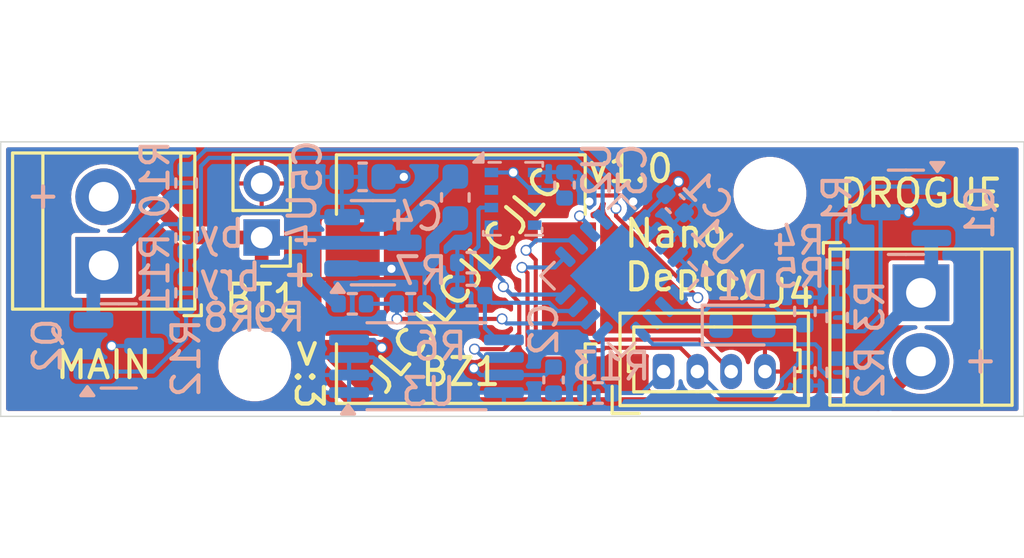
<source format=kicad_pcb>
(kicad_pcb (version 20240108) (generator "pcbnew") (generator_version "8.0")
  (layers (0 "F.Cu" signal) (31 "B.Cu" signal) (34 "B.Paste" user) (35 "F.Paste" user) (36 "B.SilkS" user "B.Silkscreen") (37 "F.SilkS" user "F.Silkscreen") (38 "B.Mask" user) (39 "F.Mask" user) (44 "Edge.Cuts" user))
  (net 0 "")
  (net 1 "GND")
  (net 2 "+3.3V")
  (net 3 "/SDA")
  (net 4 "/SCL")
  (net 5 "/RST_TDIO")
  (net 6 "/TEST_WTCK")
  (net 7 "+BATT")
  (net 8 "Net-(Q1-G)")
  (net 9 "Net-(Q2-G)")
  (net 10 "/LED")
  (net 11 "/BUZZER")
  (net 12 "/VBAT_SENSE")
  (net 13 "/CONT0")
  (net 14 "/CONT1")
  (net 15 "/PYRO1")
  (net 16 "/PYRO0")
  (net 17 "Net-(D1-A)")
  (net 18 "/EMATCH1")
  (net 19 "/EMATCH0")
  (net 20 "/OWI")
  (footprint "MountingHole:MountingHole_2.2mm_M2" (layer "F.Cu") (at 181.229 93.345)
    (property "Reference" "H2" (hide yes))
    (property "Value" "MountingHole")
    (pad "" np_thru_hole circle (at 0 0) (size 2.2 2.2) (drill 2.2) (layers "*.Cu" "*.Mask"))
  )
  (footprint "TerminalBlock_TE-Connectivity:TerminalBlock_TE_282834-2_1x02_P2.54mm_Horizontal" (layer "F.Cu") (at 186.817 97.028 -90)
    (property "Reference" "J3" (hide yes))
    (property "Value" "Screw_Terminal_01x02")
    (fp_line (start -1.86 3.61) (end -1.46 3.61) (stroke (width 0.12)) (layer "F.SilkS"))
    (fp_line (start -1.62 3.37) (end 4.16 3.37) (stroke (width 0.12)) (layer "F.SilkS"))
    (fp_line (start -1.86 2.97) (end -1.86 3.61) (stroke (width 0.12)) (layer "F.SilkS"))
    (fp_line (start -1.62 2.85) (end 4.16 2.85) (stroke (width 0.12)) (layer "F.SilkS"))
    (fp_line (start -1.62 -2.25) (end 4.16 -2.25) (stroke (width 0.12)) (layer "F.SilkS"))
    (fp_line (start -1.62 -3.37) (end -1.62 3.37) (stroke (width 0.12)) (layer "F.SilkS"))
    (fp_line (start -1.62 -3.37) (end 4.16 -3.37) (stroke (width 0.12)) (layer "F.SilkS"))
    (fp_line (start 4.16 -3.37) (end 4.16 3.37) (stroke (width 0.12)) (layer "F.SilkS"))
    (pad "1" thru_hole rect (at 0 0 270) (size 2.1 2.1) (drill 1.1) (layers "*.Cu" "*.Mask") (net 19 "/EMATCH0"))
    (pad "2" thru_hole circle (at 2.54 0 270) (size 2.1 2.1) (drill 1.1) (layers "*.Cu" "*.Mask") (net 7 "+BATT"))
  )
  (footprint "MountingHole:MountingHole_2.2mm_M2" (layer "F.Cu") (at 162.179 99.695)
    (property "Reference" "H1" (hide yes))
    (property "Value" "MountingHole")
    (pad "" np_thru_hole circle (at 0 0) (size 2.2 2.2) (drill 2.2) (layers "*.Cu" "*.Mask"))
  )
  (footprint "Connector_Molex:Molex_PicoBlade_53047-0410_1x04_P1.25mm_Vertical" (layer "F.Cu") (at 177.2966 99.9418)
    (property "Reference" "J4" (at 4.6944 -2.8884 0) (layer "F.SilkS"))
    (property "Value" "Conn_01x04")
    (fp_line (start -1.9 1.55) (end -1.9 0.55) (stroke (width 0.12)) (layer "F.SilkS"))
    (fp_line (start -1.9 1.55) (end -0.9 1.55) (stroke (width 0.12)) (layer "F.SilkS"))
    (fp_line (start -1.61 -2.16) (end -1.61 1.26) (stroke (width 0.12)) (layer "F.SilkS"))
    (fp_line (start -1.61 1.26) (end 5.36 1.26) (stroke (width 0.12)) (layer "F.SilkS"))
    (fp_line (start -1.3 -0.8) (end -1.1 -0.8) (stroke (width 0.12)) (layer "F.SilkS"))
    (fp_line (start -1.3 0) (end -1.3 -0.8) (stroke (width 0.12)) (layer "F.SilkS"))
    (fp_line (start -1.1 -1.65) (end 1.875 -1.65) (stroke (width 0.12)) (layer "F.SilkS"))
    (fp_line (start -1.1 -0.8) (end -1.1 -1.65) (stroke (width 0.12)) (layer "F.SilkS"))
    (fp_line (start -1.1 0) (end -1.3 0) (stroke (width 0.12)) (layer "F.SilkS"))
    (fp_line (start -1.1 0.75) (end -1.1 0) (stroke (width 0.12)) (layer "F.SilkS"))
    (fp_line (start 1.875 0.75) (end -1.1 0.75) (stroke (width 0.12)) (layer "F.SilkS"))
    (fp_line (start 1.875 0.75) (end 4.85 0.75) (stroke (width 0.12)) (layer "F.SilkS"))
    (fp_line (start 4.85 -1.65) (end 1.875 -1.65) (stroke (width 0.12)) (layer "F.SilkS"))
    (fp_line (start 4.85 -0.8) (end 4.85 -1.65) (stroke (width 0.12)) (layer "F.SilkS"))
    (fp_line (start 4.85 0) (end 5.05 0) (stroke (width 0.12)) (layer "F.SilkS"))
    (fp_line (start 4.85 0.75) (end 4.85 0) (stroke (width 0.12)) (layer "F.SilkS"))
    (fp_line (start 5.05 -0.8) (end 4.85 -0.8) (stroke (width 0.12)) (layer "F.SilkS"))
    (fp_line (start 5.05 0) (end 5.05 -0.8) (stroke (width 0.12)) (layer "F.SilkS"))
    (fp_line (start 5.36 -2.16) (end -1.61 -2.16) (stroke (width 0.12)) (layer "F.SilkS"))
    (fp_line (start 5.36 1.26) (end 5.36 -2.16) (stroke (width 0.12)) (layer "F.SilkS"))
    (pad "1" thru_hole roundrect (at 0 0) (size 0.8 1.3) (drill 0.5) (layers "*.Cu" "*.Mask") (net 20 "/OWI"))
    (pad "2" thru_hole oval (at 1.25 0) (size 0.8 1.3) (drill 0.5) (layers "*.Cu" "*.Mask") (net 5 "/RST_TDIO"))
    (pad "3" thru_hole oval (at 2.5 0) (size 0.8 1.3) (drill 0.5) (layers "*.Cu" "*.Mask") (net 6 "/TEST_WTCK"))
    (pad "4" thru_hole oval (at 3.75 0) (size 0.8 1.3) (drill 0.5) (layers "*.Cu" "*.Mask") (net 1 "GND"))
  )
  (footprint "Connector_PinHeader_2.00mm:PinHeader_1x02_P2.00mm_Vertical" (layer "F.Cu") (at 162.433 94.98 180)
    (property "Reference" "BT1" (at 0 -2.2512 180) (layer "F.SilkS"))
    (property "Value" "LiPo")
    (fp_line (start 1.06 1) (end 1.06 3.06) (stroke (width 0.12)) (layer "F.SilkS"))
    (fp_line (start -1.06 3.06) (end 1.06 3.06) (stroke (width 0.12)) (layer "F.SilkS"))
    (fp_line (start -1.06 1) (end 1.06 1) (stroke (width 0.12)) (layer "F.SilkS"))
    (fp_line (start -1.06 1) (end -1.06 3.06) (stroke (width 0.12)) (layer "F.SilkS"))
    (fp_line (start -1.06 0) (end -1.06 -1.06) (stroke (width 0.12)) (layer "F.SilkS"))
    (fp_line (start -1.06 -1.06) (end 0 -1.06) (stroke (width 0.12)) (layer "F.SilkS"))
    (pad "1" thru_hole rect (at 0 0 180) (size 1.35 1.35) (drill 0.8) (layers "*.Cu" "*.Mask") (net 7 "+BATT"))
    (pad "2" thru_hole oval (at 0 2 180) (size 1.35 1.35) (drill 0.8) (layers "*.Cu" "*.Mask") (net 1 "GND"))
  )
  (footprint "Buzzer_Beeper:Buzzer_CUI_CPT-9019S-SMT" (layer "F.Cu") (at 169.799 96.52 180)
    (property "Reference" "BZ1" (at 0 -3.429 0) (layer "F.SilkS"))
    (property "Value" "Buzzer")
    (fp_line (start 4.6 4.6) (end -4.6 4.6) (stroke (width 0.12)) (layer "F.SilkS"))
    (fp_line (start 4.6 2.4) (end 4.6 4.6) (stroke (width 0.12)) (layer "F.SilkS"))
    (fp_line (start 4.6 -4.6) (end 4.6 -2.4) (stroke (width 0.12)) (layer "F.SilkS"))
    (fp_line (start -4.6 2.4) (end -4.6 4.6) (stroke (width 0.12)) (layer "F.SilkS"))
    (fp_line (start -4.6 -2.4) (end -5 -2.4) (stroke (width 0.12)) (layer "F.SilkS"))
    (fp_line (start -4.6 -4.6) (end 4.6 -4.6) (stroke (width 0.12)) (layer "F.SilkS"))
    (fp_line (start -4.6 -4.6) (end -4.6 -2.4) (stroke (width 0.12)) (layer "F.SilkS"))
    (pad "1" smd rect (at -4 0 180) (size 2 4.2) (layers "F.Cu" "F.Paste" "F.Mask") (net 11 "/BUZZER"))
    (pad "2" smd rect (at 4 0 180) (size 2 4.2) (layers "F.Cu" "F.Paste" "F.Mask") (net 1 "GND"))
  )
  (footprint "TerminalBlock_TE-Connectivity:TerminalBlock_TE_282834-2_1x02_P2.54mm_Horizontal" (layer "F.Cu") (at 156.591 96.012 90)
    (property "Reference" "J1" (hide yes))
    (property "Value" "Screw_Terminal_01x02")
    (fp_line (start 4.16 -3.37) (end 4.16 3.37) (stroke (width 0.12)) (layer "F.SilkS"))
    (fp_line (start -1.62 -3.37) (end 4.16 -3.37) (stroke (width 0.12)) (layer "F.SilkS"))
    (fp_line (start -1.62 -3.37) (end -1.62 3.37) (stroke (width 0.12)) (layer "F.SilkS"))
    (fp_line (start -1.62 -2.25) (end 4.16 -2.25) (stroke (width 0.12)) (layer "F.SilkS"))
    (fp_line (start -1.62 2.85) (end 4.16 2.85) (stroke (width 0.12)) (layer "F.SilkS"))
    (fp_line (start -1.86 2.97) (end -1.86 3.61) (stroke (width 0.12)) (layer "F.SilkS"))
    (fp_line (start -1.62 3.37) (end 4.16 3.37) (stroke (width 0.12)) (layer "F.SilkS"))
    (fp_line (start -1.86 3.61) (end -1.46 3.61) (stroke (width 0.12)) (layer "F.SilkS"))
    (pad "1" thru_hole rect (at 0 0 90) (size 2.1 2.1) (drill 1.1) (layers "*.Cu" "*.Mask") (net 18 "/EMATCH1"))
    (pad "2" thru_hole circle (at 2.54 0 90) (size 2.1 2.1) (drill 1.1) (layers "*.Cu" "*.Mask") (net 7 "+BATT"))
  )
  (footprint "Resistor_SMD:R_0402_1005Metric" (layer "B.Cu") (at 182.5244 99.949 90)
    (property "Reference" "R5" (at 3.6322 -0.2032 180) (layer "B.SilkS") (effects (justify mirror)))
    (property "Value" "47k")
    (fp_line (start 0.153641 -0.38) (end -0.153641 -0.38) (stroke (width 0.12)) (layer "B.SilkS"))
    (fp_line (start 0.153641 0.38) (end -0.153641 0.38) (stroke (width 0.12)) (layer "B.SilkS"))
    (pad "1" smd roundrect (at -0.51 0 90) (size 0.54 0.64) (layers "B.Cu" "B.Paste" "B.Mask") (net 2 "+3.3V"))
    (pad "2" smd roundrect (at 0.51 0 90) (size 0.54 0.64) (layers "B.Cu" "B.Paste" "B.Mask") (net 5 "/RST_TDIO"))
  )
  (footprint "Capacitor_SMD:C_0603_1608Metric" (layer "B.Cu") (at 166.1668 92.7354)
    (property "Reference" "C5" (at -2.032 -0.381 90) (layer "B.SilkS") (effects (justify mirror)))
    (property "Value" "10uF")
    (fp_line (start 0.14058 -0.51) (end -0.14058 -0.51) (stroke (width 0.12)) (layer "B.SilkS"))
    (fp_line (start 0.14058 0.51) (end -0.14058 0.51) (stroke (width 0.12)) (layer "B.SilkS"))
    (pad "1" smd roundrect (at -0.775 0) (size 0.9 0.95) (layers "B.Cu" "B.Paste" "B.Mask") (net 2 "+3.3V"))
    (pad "2" smd roundrect (at 0.775 0) (size 0.9 0.95) (layers "B.Cu" "B.Paste" "B.Mask") (net 1 "GND"))
  )
  (footprint "Package_TO_SOT_SMD:SOT-23" (layer "B.Cu") (at 186.2605 94.046 180)
    (property "Reference" "Q1" (at -2.7409 -0.0102 -90) (layer "B.SilkS") (effects (justify mirror)))
    (property "Value" "AO3401A")
    (fp_line (start 0.65 1.56) (end 0 1.56) (stroke (width 0.12)) (layer "B.SilkS"))
    (fp_line (start 0.65 -1.56) (end 0 -1.56) (stroke (width 0.12)) (layer "B.SilkS"))
    (fp_line (start -0.65 1.56) (end 0 1.56) (stroke (width 0.12)) (layer "B.SilkS"))
    (fp_line (start -0.65 -1.56) (end 0 -1.56) (stroke (width 0.12)) (layer "B.SilkS"))
    (fp_poly (pts (xy -1.1625 1.51) (xy -1.4025 1.84) (xy -0.9225 1.84) (xy -1.1625 1.51)) (stroke (width 0.12)) (fill solid) (layer "B.SilkS"))
    (pad "1" smd roundrect (at -0.9375 0.95 180) (size 1.475 0.6) (layers "B.Cu" "B.Paste" "B.Mask") (net 8 "Net-(Q1-G)"))
    (pad "2" smd roundrect (at -0.9375 -0.95 180) (size 1.475 0.6) (layers "B.Cu" "B.Paste" "B.Mask") (net 19 "/EMATCH0"))
    (pad "3" smd roundrect (at 0.9375 0 180) (size 1.475 0.6) (layers "B.Cu" "B.Paste" "B.Mask") (net 1 "GND"))
  )
  (footprint "Resistor_SMD:R_0402_1005Metric" (layer "B.Cu") (at 182.5244 97.7138 90)
    (property "Reference" "R4" (at 2.6162 -0.2286 180) (layer "B.SilkS") (effects (justify mirror)))
    (property "Value" "270")
    (fp_line (start 0.153641 -0.38) (end -0.153641 -0.38) (stroke (width 0.12)) (layer "B.SilkS"))
    (fp_line (start 0.153641 0.38) (end -0.153641 0.38) (stroke (width 0.12)) (layer "B.SilkS"))
    (pad "1" smd roundrect (at -0.51 0 90) (size 0.54 0.64) (layers "B.Cu" "B.Paste" "B.Mask") (net 17 "Net-(D1-A)"))
    (pad "2" smd roundrect (at 0.51 0 90) (size 0.54 0.64) (layers "B.Cu" "B.Paste" "B.Mask") (net 2 "+3.3V"))
  )
  (footprint "Capacitor_SMD:C_0603_1608Metric" (layer "B.Cu") (at 169.5958 93.4974 -90)
    (property "Reference" "C4" (at 0.7112 1.4224 180) (layer "B.SilkS") (effects (justify mirror)))
    (property "Value" "10uF")
    (fp_line (start 0.14058 0.51) (end -0.14058 0.51) (stroke (width 0.12)) (layer "B.SilkS"))
    (fp_line (start 0.14058 -0.51) (end -0.14058 -0.51) (stroke (width 0.12)) (layer "B.SilkS"))
    (pad "1" smd roundrect (at -0.775 0 270) (size 0.9 0.95) (layers "B.Cu" "B.Paste" "B.Mask") (net 7 "+BATT"))
    (pad "2" smd roundrect (at 0.775 0 270) (size 0.9 0.95) (layers "B.Cu" "B.Paste" "B.Mask") (net 1 "GND"))
  )
  (footprint "Resistor_SMD:R_0402_1005Metric" (layer "B.Cu") (at 183.7182 97.9424 -90)
    (property "Reference" "R3" (at -0.4064 -1.2192 90) (layer "B.SilkS") (effects (justify mirror)))
    (property "Value" "4.7k")
    (fp_line (start 0.153641 0.38) (end -0.153641 0.38) (stroke (width 0.12)) (layer "B.SilkS"))
    (fp_line (start 0.153641 -0.38) (end -0.153641 -0.38) (stroke (width 0.12)) (layer "B.SilkS"))
    (pad "1" smd roundrect (at -0.51 0 270) (size 0.54 0.64) (layers "B.Cu" "B.Paste" "B.Mask") (net 16 "/PYRO0"))
    (pad "2" smd roundrect (at 0.51 0 270) (size 0.54 0.64) (layers "B.Cu" "B.Paste" "B.Mask") (net 1 "GND"))
  )
  (footprint "Resistor_SMD:R_0402_1005Metric" (layer "B.Cu") (at 165.7858 97.4344)
    (property "Reference" "R8" (at -4.5466 0.508 180) (layer "B.SilkS") (effects (justify mirror)))
    (property "Value" "47k")
    (fp_line (start 0.153641 -0.38) (end -0.153641 -0.38) (stroke (width 0.12)) (layer "B.SilkS"))
    (fp_line (start 0.153641 0.38) (end -0.153641 0.38) (stroke (width 0.12)) (layer "B.SilkS"))
    (pad "1" smd roundrect (at -0.51 0) (size 0.54 0.64) (layers "B.Cu" "B.Paste" "B.Mask") (net 7 "+BATT"))
    (pad "2" smd roundrect (at 0.51 0) (size 0.54 0.64) (layers "B.Cu" "B.Paste" "B.Mask") (net 12 "/VBAT_SENSE"))
  )
  (footprint "Resistor_SMD:R_0402_1005Metric" (layer "B.Cu") (at 159.639 97.03 90)
    (property "Reference" "R12" (at -2.411 0 90) (layer "B.SilkS") (effects (justify mirror)))
    (property "Value" "270")
    (fp_line (start 0.153641 -0.38) (end -0.153641 -0.38) (stroke (width 0.12)) (layer "B.SilkS"))
    (fp_line (start 0.153641 0.38) (end -0.153641 0.38) (stroke (width 0.12)) (layer "B.SilkS"))
    (pad "1" smd roundrect (at -0.51 0 90) (size 0.54 0.64) (layers "B.Cu" "B.Paste" "B.Mask") (net 9 "Net-(Q2-G)"))
    (pad "2" smd roundrect (at 0.51 0 90) (size 0.54 0.64) (layers "B.Cu" "B.Paste" "B.Mask") (net 15 "/PYRO1"))
  )
  (footprint "Capacitor_SMD:C_0402_1005Metric" (layer "B.Cu") (at 177.7238 93.726 135)
    (property "Reference" "C1" (at -0.646578 1.077631 135) (layer "B.SilkS") (effects (justify mirror)))
    (property "Value" "0.1uF")
    (fp_line (start 0.107836 -0.36) (end -0.107836 -0.36) (stroke (width 0.12)) (layer "B.SilkS"))
    (fp_line (start 0.107836 0.36) (end -0.107836 0.36) (stroke (width 0.12)) (layer "B.SilkS"))
    (pad "1" smd roundrect (at -0.48 0 135) (size 0.56 0.62) (layers "B.Cu" "B.Paste" "B.Mask") (net 2 "+3.3V"))
    (pad "2" smd roundrect (at 0.48 0 135) (size 0.56 0.62) (layers "B.Cu" "B.Paste" "B.Mask") (net 1 "GND"))
  )
  (footprint "LED_SMD:LED_0603_1608Metric" (layer "B.Cu") (at 180.2129 98.2218)
    (property "Reference" "D1" (at 0.0001 -1.4478 0) (layer "B.SilkS") (effects (justify mirror)))
    (property "Value" "RED")
    (fp_line (start -1.485 -0.735) (end -1.485 0.735) (stroke (width 0.12)) (layer "B.SilkS"))
    (fp_line (start -1.485 0.735) (end 0.8 0.735) (stroke (width 0.12)) (layer "B.SilkS"))
    (fp_line (start 0.8 -0.735) (end -1.485 -0.735) (stroke (width 0.12)) (layer "B.SilkS"))
    (pad "1" smd roundrect (at -0.7875 0) (size 0.875 0.95) (layers "B.Cu" "B.Paste" "B.Mask") (net 10 "/LED"))
    (pad "2" smd roundrect (at 0.7875 0) (size 0.875 0.95) (layers "B.Cu" "B.Paste" "B.Mask") (net 17 "Net-(D1-A)"))
  )
  (footprint "Resistor_SMD:R_0402_1005Metric" (layer "B.Cu") (at 174.881 100.7364)
    (property "Reference" "R13" (at 0.4806 -0.9906 0) (layer "B.SilkS") (effects (justify mirror)))
    (property "Value" "4.7k")
    (fp_line (start 0.153641 -0.38) (end -0.153641 -0.38) (stroke (width 0.12)) (layer "B.SilkS"))
    (fp_line (start 0.153641 0.38) (end -0.153641 0.38) (stroke (width 0.12)) (layer "B.SilkS"))
    (pad "1" smd roundrect (at -0.51 0) (size 0.54 0.64) (layers "B.Cu" "B.Paste" "B.Mask") (net 2 "+3.3V"))
    (pad "2" smd roundrect (at 0.51 0) (size 0.54 0.64) (layers "B.Cu" "B.Paste" "B.Mask") (net 20 "/OWI"))
  )
  (footprint "Package_SO:TSSOP-8_4.4x3mm_P0.65mm" (layer "B.Cu") (at 168.529 99.7458)
    (property "Reference" "U3" (at 0.0762 0.9398 0) (layer "B.SilkS") (effects (justify mirror)))
    (property "Value" "ZD24C128A-XGMB")
    (fp_line (start -2.2 -1.61) (end 0 -1.61) (stroke (width 0.12)) (layer "B.SilkS"))
    (fp_line (start -2.2 1.61) (end 0 1.61) (stroke (width 0.12)) (layer "B.SilkS"))
    (fp_line (start 2.2 -1.61) (end 0 -1.61) (stroke (width 0.12)) (layer "B.SilkS"))
    (fp_line (start 2.2 1.61) (end 0 1.61) (stroke (width 0.12)) (layer "B.SilkS"))
    (fp_poly (pts (xy -2.9 1.435) (xy -3.14 1.765) (xy -2.66 1.765) (xy -2.9 1.435)) (stroke (width 0.12)) (fill solid) (layer "B.SilkS"))
    (pad "1" smd roundrect (at -2.8625 0.975) (size 1.475 0.4) (layers "B.Cu" "B.Paste" "B.Mask") (net 2 "+3.3V"))
    (pad "2" smd roundrect (at -2.8625 0.325) (size 1.475 0.4) (layers "B.Cu" "B.Paste" "B.Mask") (net 2 "+3.3V"))
    (pad "3" smd roundrect (at -2.8625 -0.325) (size 1.475 0.4) (layers "B.Cu" "B.Paste" "B.Mask") (net 2 "+3.3V"))
    (pad "4" smd roundrect (at -2.8625 -0.975) (size 1.475 0.4) (layers "B.Cu" "B.Paste" "B.Mask") (net 1 "GND"))
    (pad "5" smd roundrect (at 2.8625 -0.975) (size 1.475 0.4) (layers "B.Cu" "B.Paste" "B.Mask") (net 4 "/SCL"))
    (pad "6" smd roundrect (at 2.8625 -0.325) (size 1.475 0.4) (layers "B.Cu" "B.Paste" "B.Mask") (net 3 "/SDA"))
    (pad "7" smd roundrect (at 2.8625 0.325) (size 1.475 0.4) (layers "B.Cu" "B.Paste" "B.Mask") (net 1 "GND"))
    (pad "8" smd roundrect (at 2.8625 0.975) (size 1.475 0.4) (layers "B.Cu" "B.Paste" "B.Mask") (net 2 "+3.3V"))
  )
  (footprint "Resistor_SMD:R_0402_1005Metric" (layer "B.Cu") (at 170.18 95.9104)
    (property "Reference" "R7" (at -1.8542 0.3048 0) (layer "B.SilkS") (effects (justify mirror)))
    (property "Value" "4.7k")
    (fp_line (start 0.153641 -0.38) (end -0.153641 -0.38) (stroke (width 0.12)) (layer "B.SilkS"))
    (fp_line (start 0.153641 0.38) (end -0.153641 0.38) (stroke (width 0.12)) (layer "B.SilkS"))
    (pad "1" smd roundrect (at -0.51 0) (size 0.54 0.64) (layers "B.Cu" "B.Paste" "B.Mask") (net 2 "+3.3V"))
    (pad "2" smd roundrect (at 0.51 0) (size 0.54 0.64) (layers "B.Cu" "B.Paste" "B.Mask") (net 3 "/SDA"))
  )
  (footprint "Resistor_SMD:R_0402_1005Metric" (layer "B.Cu") (at 159.639 92.964 -90)
    (property "Reference" "R10" (at -0.127 1.143 90) (layer "B.SilkS") (effects (justify mirror)))
    (property "Value" "47k")
    (fp_line (start 0.153641 0.38) (end -0.153641 0.38) (stroke (width 0.12)) (layer "B.SilkS"))
    (fp_line (start 0.153641 -0.38) (end -0.153641 -0.38) (stroke (width 0.12)) (layer "B.SilkS"))
    (pad "1" smd roundrect (at -0.51 0 270) (size 0.54 0.64) (layers "B.Cu" "B.Paste" "B.Mask") (net 14 "/CONT1"))
    (pad "2" smd roundrect (at 0.51 0 270) (size 0.54 0.64) (layers "B.Cu" "B.Paste" "B.Mask") (net 18 "/EMATCH1"))
  )
  (footprint "Resistor_SMD:R_0402_1005Metric" (layer "B.Cu") (at 167.9448 97.4344)
    (property "Reference" "R9" (at -4.8768 0.508 0) (layer "B.SilkS") (effects (justify mirror)))
    (property "Value" "47k")
    (fp_line (start 0.153641 -0.38) (end -0.153641 -0.38) (stroke (width 0.12)) (layer "B.SilkS"))
    (fp_line (start 0.153641 0.38) (end -0.153641 0.38) (stroke (width 0.12)) (layer "B.SilkS"))
    (pad "1" smd roundrect (at -0.51 0) (size 0.54 0.64) (layers "B.Cu" "B.Paste" "B.Mask") (net 12 "/VBAT_SENSE"))
    (pad "2" smd roundrect (at 0.51 0) (size 0.54 0.64) (layers "B.Cu" "B.Paste" "B.Mask") (net 1 "GND"))
  )
  (footprint "Capacitor_SMD:C_0402_1005Metric" (layer "B.Cu") (at 173.228 100.2538 90)
    (property "Reference" "C2" (at 1.8796 -0.3556 90) (layer "B.SilkS") (effects (justify mirror)))
    (property "Value" "0.1uF")
    (fp_line (start 0.107836 -0.36) (end -0.107836 -0.36) (stroke (width 0.12)) (layer "B.SilkS"))
    (fp_line (start 0.107836 0.36) (end -0.107836 0.36) (stroke (width 0.12)) (layer "B.SilkS"))
    (pad "1" smd roundrect (at -0.48 0 90) (size 0.56 0.62) (layers "B.Cu" "B.Paste" "B.Mask") (net 2 "+3.3V"))
    (pad "2" smd roundrect (at 0.48 0 90) (size 0.56 0.62) (layers "B.Cu" "B.Paste" "B.Mask") (net 1 "GND"))
  )
  (footprint "Capacitor_SMD:C_0402_1005Metric" (layer "B.Cu") (at 173.6344 93.0402 -90)
    (property "Reference" "C3" (at -0.5588 -2.5146 90) (layer "B.SilkS") (effects (justify mirror)))
    (property "Value" "0.1uF")
    (fp_line (start 0.107836 0.36) (end -0.107836 0.36) (stroke (width 0.12)) (layer "B.SilkS"))
    (fp_line (start 0.107836 -0.36) (end -0.107836 -0.36) (stroke (width 0.12)) (layer "B.SilkS"))
    (pad "1" smd roundrect (at -0.48 0 270) (size 0.56 0.62) (layers "B.Cu" "B.Paste" "B.Mask") (net 2 "+3.3V"))
    (pad "2" smd roundrect (at 0.48 0 270) (size 0.56 0.62) (layers "B.Cu" "B.Paste" "B.Mask") (net 1 "GND"))
  )
  (footprint "Package_TO_SOT_SMD:SOT-23" (layer "B.Cu") (at 157.1475 98.994)
    (property "Reference" "Q2" (at -2.6393 -0.0102 -90) (layer "B.SilkS") (effects (justify mirror)))
    (property "Value" "AO3401A")
    (fp_line (start -0.65 -1.56) (end 0 -1.56) (stroke (width 0.12)) (layer "B.SilkS"))
    (fp_line (start -0.65 1.56) (end 0 1.56) (stroke (width 0.12)) (layer "B.SilkS"))
    (fp_line (start 0.65 -1.56) (end 0 -1.56) (stroke (width 0.12)) (layer "B.SilkS"))
    (fp_line (start 0.65 1.56) (end 0 1.56) (stroke (width 0.12)) (layer "B.SilkS"))
    (fp_poly (pts (xy -1.1625 1.51) (xy -1.4025 1.84) (xy -0.9225 1.84) (xy -1.1625 1.51)) (stroke (width 0.12)) (fill solid) (layer "B.SilkS"))
    (pad "1" smd roundrect (at -0.9375 0.95) (size 1.475 0.6) (layers "B.Cu" "B.Paste" "B.Mask") (net 9 "Net-(Q2-G)"))
    (pad "2" smd roundrect (at -0.9375 -0.95) (size 1.475 0.6) (layers "B.Cu" "B.Paste" "B.Mask") (net 18 "/EMATCH1"))
    (pad "3" smd roundrect (at 0.9375 0) (size 1.475 0.6) (layers "B.Cu" "B.Paste" "B.Mask") (net 1 "GND"))
  )
  (footprint "Package_DFN_QFN:Texas_RSA_VQFN-16-1EP_4x4mm_P0.65mm_EP2.7x2.7mm" (layer "B.Cu") (at 175.7426 96.393 135)
    (property "Reference" "U1" (at -1.598486 3.394537 -45) (layer "B.SilkS") (effects (justify mirror)))
    (property "Value" "MSP430G2452IRSA16")
    (fp_line (start 2.11 -2.11) (end 1.41 -2.11) (stroke (width 0.12)) (layer "B.SilkS"))
    (fp_line (start 2.11 -1.41) (end 2.11 -2.11) (stroke (width 0.12)) (layer "B.SilkS"))
    (fp_line (start 2.11 1.41) (end 2.11 2.11) (stroke (width 0.12)) (layer "B.SilkS"))
    (fp_line (start 2.11 2.11) (end 1.41 2.11) (stroke (width 0.12)) (layer "B.SilkS"))
    (fp_line (start -2.11 -2.11) (end -1.41 -2.11) (stroke (width 0.12)) (layer "B.SilkS"))
    (fp_line (start -2.11 -1.41) (end -2.11 -2.11) (stroke (width 0.12)) (layer "B.SilkS"))
    (fp_line (start -1.81 2.11) (end -1.41 2.11) (stroke (width 0.12)) (layer "B.SilkS"))
    (fp_line (start -2.11 1.87) (end -2.11 1.41) (stroke (width 0.12)) (layer "B.SilkS"))
    (fp_poly (pts (xy -2.11 2.11) (xy -2.349999 2.44) (xy -1.87 2.44) (xy -2.11 2.11)) (stroke (width 0.12)) (fill solid) (layer "B.SilkS"))
    (pad "1" smd roundrect (at -1.9625 0.975 135) (size 0.825 0.35) (layers "B.Cu" "B.Paste" "B.Mask") (net 14 "/CONT1"))
    (pad "2" smd roundrect (at -1.9625 0.325 135) (size 0.825 0.35) (layers "B.Cu" "B.Paste" "B.Mask") (net 16 "/PYRO0"))
    (pad "3" smd roundrect (at -1.9625 -0.325 135) (size 0.825 0.35) (layers "B.Cu" "B.Paste" "B.Mask") (net 10 "/LED"))
    (pad "4" smd roundrect (at -1.9625 -0.975 135) (size 0.825 0.35) (layers "B.Cu" "B.Paste" "B.Mask") (net 13 "/CONT0"))
    (pad "5" smd roundrect (at -0.975 -1.9625 135) (size 0.35 0.825) (layers "B.Cu" "B.Paste" "B.Mask") (net 20 "/OWI"))
    (pad "6" smd roundrect (at -0.325 -1.9625 135) (size 0.35 0.825) (layers "B.Cu" "B.Paste" "B.Mask") (net 12 "/VBAT_SENSE"))
    (pad "7" smd roundrect (at 0.325 -1.9625 135) (size 0.35 0.825) (layers "B.Cu" "B.Paste" "B.Mask") (net 4 "/SCL"))
    (pad "8" smd roundrect (at 0.975 -1.9625 135) (size 0.35 0.825) (layers "B.Cu" "B.Paste" "B.Mask") (net 3 "/SDA"))
    (pad "9" smd roundrect (at 1.9625 -0.975 135) (size 0.825 0.35) (layers "B.Cu" "B.Paste" "B.Mask") (net 5 "/RST_TDIO"))
    (pad "10" smd roundrect (at 1.9625 -0.325 135) (size 0.825 0.35) (layers "B.Cu" "B.Paste" "B.Mask") (net 6 "/TEST_WTCK"))
    (pad "11" smd roundrect (at 1.9625 0.325 135) (size 0.825 0.35) (layers "B.Cu" "B.Paste" "B.Mask") (net 11 "/BUZZER"))
    (pad "12" smd roundrect (at 1.9625 0.975 135) (size 0.825 0.35) (layers "B.Cu" "B.Paste" "B.Mask") (net 15 "/PYRO1"))
    (pad "13" smd roundrect (at 0.975 1.9625 135) (size 0.35 0.825) (layers "B.Cu" "B.Paste" "B.Mask") (net 1 "GND"))
    (pad "14" smd roundrect (at 0.325 1.9625 135) (size 0.35 0.825) (layers "B.Cu" "B.Paste" "B.Mask") (net 1 "GND"))
    (pad "15" smd roundrect (at -0.325 1.9625 135) (size 0.35 0.825) (layers "B.Cu" "B.Paste" "B.Mask") (net 2 "+3.3V"))
    (pad "16" smd roundrect (at -0.975 1.9625 135) (size 0.35 0.825) (layers "B.Cu" "B.Paste" "B.Mask") (net 2 "+3.3V"))
    (pad "17" smd rect (at 0 0 135) (size 2.7 2.7) (property pad_prop_heatsink) (layers "B.Cu" "B.Mask"))
  )
  (footprint "Package_TO_SOT_SMD:SOT-23-3" (layer "B.Cu") (at 166.5478 95.1738)
    (property "Reference" "U4" (at -2.6162 -0.8128 90) (layer "B.SilkS") (effects (justify mirror)))
    (property "Value" "XC6206PxxxMR")
    (fp_line (start -0.8 -1.56) (end 0 -1.56) (stroke (width 0.12)) (layer "B.SilkS"))
    (fp_line (start -0.8 1.56) (end 0 1.56) (stroke (width 0.12)) (layer "B.SilkS"))
    (fp_line (start 0.8 -1.56) (end 0 -1.56) (stroke (width 0.12)) (layer "B.SilkS"))
    (fp_line (start 0.8 1.56) (end 0 1.56) (stroke (width 0.12)) (layer "B.SilkS"))
    (fp_poly (pts (xy -1.3 1.51) (xy -1.54 1.84) (xy -1.06 1.84) (xy -1.3 1.51)) (stroke (width 0.12)) (fill solid) (layer "B.SilkS"))
    (pad "1" smd roundrect (at -1.1375 0.95) (size 1.325 0.6) (layers "B.Cu" "B.Paste" "B.Mask") (net 1 "GND"))
    (pad "2" smd roundrect (at -1.1375 -0.95) (size 1.325 0.6) (layers "B.Cu" "B.Paste" "B.Mask") (net 2 "+3.3V"))
    (pad "3" smd roundrect (at 1.1375 0) (size 1.325 0.6) (layers "B.Cu" "B.Paste" "B.Mask") (net 7 "+BATT"))
  )
  (footprint "Resistor_SMD:R_0402_1005Metric" (layer "B.Cu") (at 170.18 97.1296)
    (property "Reference" "R6" (at -1.143 1.8796 0) (layer "B.SilkS") (effects (justify mirror)))
    (property "Value" "4.7k")
    (fp_line (start 0.153641 -0.38) (end -0.153641 -0.38) (stroke (width 0.12)) (layer "B.SilkS"))
    (fp_line (start 0.153641 0.38) (end -0.153641 0.38) (stroke (width 0.12)) (layer "B.SilkS"))
    (pad "1" smd roundrect (at -0.51 0) (size 0.54 0.64) (layers "B.Cu" "B.Paste" "B.Mask") (net 2 "+3.3V"))
    (pad "2" smd roundrect (at 0.51 0) (size 0.54 0.64) (layers "B.Cu" "B.Paste" "B.Mask") (net 4 "/SCL"))
  )
  (footprint "Package_LGA:Bosch_LGA-8_2x2.5mm_P0.65mm_ClockwisePinNumbering" (layer "B.Cu") (at 171.7294 93.5482 -90)
    (property "Reference" "U2" (at -1.0922 -3.0988 90) (layer "B.SilkS") (effects (justify mirror)))
    (property "Value" "GZP6816D")
    (fp_line (start 1.35 1.1) (end 1.2 1.1) (stroke (width 0.1)) (layer "B.SilkS"))
    (fp_line (start 1.35 1.1) (end 1.35 0.46) (stroke (width 0.1)) (layer "B.SilkS"))
    (fp_line (start -1.35 0.9) (end -1.35 0.46) (stroke (width 0.1)) (layer "B.SilkS"))
    (fp_line (start -1.35 -0.46) (end -1.35 -1.1) (stroke (width 0.1)) (layer "B.SilkS"))
    (fp_line (start 1.35 -0.46) (end 1.35 -1.1) (stroke (width 0.1)) (layer "B.SilkS"))
    (fp_line (start 1.225 -1.075) (end 1.075 -1.075) (stroke (width 0.1)) (layer "B.SilkS"))
    (fp_line (start -1.2 -1.1) (end -1.35 -1.1) (stroke (width 0.1)) (layer "B.SilkS"))
    (fp_poly (pts (xy -1.35 1.1) (xy -1.71 1.1) (xy -1.35 1.46) (xy -1.35 1.1)) (stroke (width 0.1)) (fill solid) (layer "B.SilkS"))
    (pad "1" smd rect (at -0.975 0.8 180) (size 0.5 0.35) (layers "B.Cu" "B.Paste" "B.Mask") (net 1 "GND"))
    (pad "2" smd rect (at -0.325 0.8 180) (size 0.5 0.35) (layers "B.Cu" "B.Paste" "B.Mask"))
    (pad "3" smd rect (at 0.325 0.8 180) (size 0.5 0.35) (layers "B.Cu" "B.Paste" "B.Mask") (net 4 "/SCL"))
    (pad "4" smd rect (at 0.975 0.8 180) (size 0.5 0.35) (layers "B.Cu" "B.Paste" "B.Mask") (net 3 "/SDA"))
    (pad "5" smd rect (at 0.975 -0.8 180) (size 0.5 0.35) (layers "B.Cu" "B.Paste" "B.Mask"))
    (pad "6" smd rect (at 0.325 -0.8 180) (size 0.5 0.35) (layers "B.Cu" "B.Paste" "B.Mask"))
    (pad "7" smd rect (at -0.325 -0.8 180) (size 0.5 0.35) (layers "B.Cu" "B.Paste" "B.Mask") (net 1 "GND"))
    (pad "8" smd rect (at -0.975 -0.8 180) (size 0.5 0.35) (layers "B.Cu" "B.Paste" "B.Mask") (net 2 "+3.3V"))
  )
  (footprint "Resistor_SMD:R_0402_1005Metric" (layer "B.Cu") (at 183.7182 95.9592 -90)
    (property "Reference" "R1" (at -2.3348 0 90) (layer "B.SilkS") (effects (justify mirror)))
    (property "Value" "270")
    (fp_line (start 0.153641 0.38) (end -0.153641 0.38) (stroke (width 0.12)) (layer "B.SilkS"))
    (fp_line (start 0.153641 -0.38) (end -0.153641 -0.38) (stroke (width 0.12)) (layer "B.SilkS"))
    (pad "1" smd roundrect (at -0.51 0 270) (size 0.54 0.64) (layers "B.Cu" "B.Paste" "B.Mask") (net 8 "Net-(Q1-G)"))
    (pad "2" smd roundrect (at 0.51 0 270) (size 0.54 0.64) (layers "B.Cu" "B.Paste" "B.Mask") (net 16 "/PYRO0"))
  )
  (footprint "Resistor_SMD:R_0402_1005Metric" (layer "B.Cu") (at 183.7182 99.9744 90)
    (property "Reference" "R2" (at 0 1.2192 -90) (layer "B.SilkS") (effects (justify mirror)))
    (property "Value" "47k")
    (fp_line (start 0.153641 -0.38) (end -0.153641 -0.38) (stroke (width 0.12)) (layer "B.SilkS"))
    (fp_line (start 0.153641 0.38) (end -0.153641 0.38) (stroke (width 0.12)) (layer "B.SilkS"))
    (pad "1" smd roundrect (at -0.51 0 90) (size 0.54 0.64) (layers "B.Cu" "B.Paste" "B.Mask") (net 13 "/CONT0"))
    (pad "2" smd roundrect (at 0.51 0 90) (size 0.54 0.64) (layers "B.Cu" "B.Paste" "B.Mask") (net 19 "/EMATCH0"))
  )
  (footprint "Resistor_SMD:R_0402_1005Metric" (layer "B.Cu") (at 159.639 94.996 90)
    (property "Reference" "R11" (at -1.27 -1.143 90) (layer "B.SilkS") (effects (justify mirror)))
    (property "Value" "4.7k")
    (fp_line (start 0.153641 -0.38) (end -0.153641 -0.38) (stroke (width 0.12)) (layer "B.SilkS"))
    (fp_line (start 0.153641 0.38) (end -0.153641 0.38) (stroke (width 0.12)) (layer "B.SilkS"))
    (pad "1" smd roundrect (at -0.51 0 90) (size 0.54 0.64) (layers "B.Cu" "B.Paste" "B.Mask") (net 15 "/PYRO1"))
    (pad "2" smd roundrect (at 0.51 0 90) (size 0.54 0.64) (layers "B.Cu" "B.Paste" "B.Mask") (net 1 "GND"))
  )
  (gr_line (start 190.627 101.6) (end 190.627 91.44) (stroke (width 0.05)) (layer "Edge.Cuts"))
  (gr_line (start 152.781 101.6) (end 190.627 101.6) (stroke (width 0.05)) (layer "Edge.Cuts"))
  (gr_line (start 190.627 91.44) (end 152.781 91.44) (stroke (width 0.05)) (layer "Edge.Cuts"))
  (gr_line (start 152.781 101.6) (end 152.781 91.44) (stroke (width 0.05)) (layer "Edge.Cuts"))
  (gr_text "+\n" (at 155.067 93.98 0) (layer "B.SilkS") (effects (font (size 1 1) (thickness 0.1524)) (justify left bottom mirror)))
  (gr_text "+\n" (at 164.5412 96.8756 0) (layer "B.SilkS") (effects (font (size 1 1) (thickness 0.1524)) (justify left bottom mirror)))
  (gr_text "by\nbry\n" (at 160.019 97.03 0) (layer "B.SilkS") (effects (font (size 1 1) (thickness 0.1524)) (justify right bottom mirror)))
  (gr_text "+\n" (at 189.738 100.076 0) (layer "B.SilkS") (effects (font (size 1 1) (thickness 0.1524)) (justify left bottom mirror)))
  (gr_text "MAIN\n" (at 156.591 99.695 0) (layer "F.SilkS") (effects (font (size 1 1) (thickness 0.1524))))
  (gr_text "DROGUE" (at 186.817 93.345 0) (layer "F.SilkS") (effects (font (size 1 1) (thickness 0.1524))))
  (gr_text "v1.0\n" (at 174.399 93.02 0) (layer "F.SilkS") (effects (font (size 1 1) (thickness 0.1524)) (justify left bottom)))
  (gr_text "Nano\nDeploy" (at 175.768 97.028 0) (layer "F.SilkS") (effects (font (size 1 1) (thickness 0.1524)) (justify left bottom)))
  (gr_text "+\n" (at 163.1442 96.8756 0) (layer "F.SilkS") (effects (font (size 1 1) (thickness 0.1524)) (justify left bottom)))
  (gr_text "JLCJLCJLCJLC" (at 166.9796 100.965 50) (layer "F.SilkS") (effects (font (size 1 1) (thickness 0.1524)) (justify left bottom)))
  (gr_text ">:3\n" (at 163.6014 98.552 -90) (layer "F.SilkS") (effects (font (size 1 1) (thickness 0.1524)) (justify left bottom)))
  (via (at 170.2816 99.822) (size 0.4064) (drill 0.3048) (layers "F.Cu" "B.Cu") (net 1))
  (via (at 156.8856 98.994) (size 0.4064) (drill 0.3048) (layers "F.Cu" "B.Cu") (net 1))
  (via (at 171.7366 92.5732) (size 0.4064) (drill 0.3048) (layers "F.Cu" "B.Cu") (net 1))
  (via (at 167.2336 96.1384) (size 0.4064) (drill 0.3048) (layers "F.Cu" "B.Cu") (net 1))
  (via (at 167.6908 92.7354) (size 0.4064) (drill 0.3048) (layers "F.Cu" "B.Cu") (net 1))
  (via (at 177.8508 92.9132) (size 0.4064) (drill 0.3048) (layers "F.Cu" "B.Cu") (net 1))
  (via (at 166.878 99.06) (size 0.4064) (drill 0.3048) (layers "F.Cu" "B.Cu") (net 1))
  (via (at 186.3598 94.046) (size 0.4064) (drill 0.3048) (layers "F.Cu" "B.Cu") (net 1))
  (segment (start 172.931 100.0708) (end 171.3915 100.0708) (width 0.1524) (layer "B.Cu") (net 1))
  (segment (start 166.5888 98.7708) (end 166.878 99.06) (width 0.1524) (layer "B.Cu") (net 1))
  (segment (start 167.6736 92.7354) (end 167.6908 92.7354) (width 0.508) (layer "B.Cu") (net 1))
  (segment (start 176.440868 94.315874) (end 176.455104 94.315874) (width 0.1524) (layer "B.Cu") (net 1))
  (segment (start 173.6344 93.5202) (end 173.3374 93.2232) (width 0.1524) (layer "B.Cu") (net 1))
  (segment (start 168.4528 97.4578) (end 168.4528 96.1384) (width 0.1524) (layer "B.Cu") (net 1))
  (segment (start 168.7542 95.114) (end 169.5958 94.2724) (width 0.508) (layer "B.Cu") (net 1))
  (segment (start 169.793 94.2104) (end 169.604 94.3994) (width 0.1524) (layer "B.Cu") (net 1))
  (segment (start 170.5304 100.0708) (end 171.3915 100.0708) (width 0.1524) (layer "B.Cu") (net 1))
  (segment (start 186.3598 94.046) (end 185.323 94.046) (width 0.1524) (layer "B.Cu") (net 1))
  (segment (start 184.7101 98.4524) (end 185.323 97.8395) (width 0.1524) (layer "B.Cu") (net 1))
  (segment (start 167.2336 96.1384) (end 168.4528 96.1384) (width 0.508) (layer "B.Cu") (net 1))
  (segment (start 167.2336 96.1384) (end 165.6325 96.1384) (width 0.508) (layer "B.Cu") (net 1))
  (segment (start 173.3374 93.2232) (end 172.5294 93.2232) (width 0.1524) (layer "B.Cu") (net 1))
  (segment (start 167.6736 92.7354) (end 166.9418 92.7354) (width 0.508) (layer "B.Cu") (net 1))
  (segment (start 158.085 95.2005) (end 158.085 98.994) (width 0.1524) (layer "B.Cu") (net 1))
  (segment (start 176.900487 94.775493) (end 176.440868 94.315874) (width 0.1524) (layer "B.Cu") (net 1))
  (segment (start 172.3866 93.2232) (end 172.5294 93.2232) (width 0.1524) (layer "B.Cu") (net 1))
  (segment (start 156.8856 98.994) (end 158.085 98.994) (width 0.1524) (layer "B.Cu") (net 1))
  (segment (start 159.639 94.486) (end 158.7995 94.486) (width 0.1524) (layer "B.Cu") (net 1))
  (segment (start 183.7182 98.4524) (end 184.7101 98.4524) (width 0.1524) (layer "B.Cu") (net 1))
  (segment (start 185.323 97.8395) (end 185.323 94.046) (width 0.1524) (layer "B.Cu") (net 1))
  (segment (start 166.9418 92.8542) (end 166.95 92.8624) (width 0.508) (layer "B.Cu") (net 1))
  (segment (start 162.052 93.25) (end 162.052 93.2735) (width 0.1524) (layer "B.Cu") (net 1))
  (segment (start 173.228 99.7738) (end 172.931 100.0708) (width 0.1524) (layer "B.Cu") (net 1))
  (segment (start 165.6665 98.7708) (end 166.5888 98.7708) (width 0.1524) (layer "B.Cu") (net 1))
  (segment (start 176.455104 94.315874) (end 177.384389 93.386589) (width 0.1524) (layer "B.Cu") (net 1))
  (segment (start 168.4528 96.1384) (end 168.7542 95.837) (width 0.508) (layer "B.Cu") (net 1))
  (segment (start 170.5304 100.0708) (end 170.2816 99.822) (width 0.1524) (layer "B.Cu") (net 1))
  (segment (start 170.7994 92.5732) (end 170.9294 92.5732) (width 0.1524) (layer "B.Cu") (net 1))
  (segment (start 158.7995 94.486) (end 158.085 95.2005) (width 0.1524) (layer "B.Cu") (net 1))
  (segment (start 177.384389 93.386589) (end 177.384389 93.379611) (width 0.1524) (layer "B.Cu") (net 1))
  (segment (start 171.7366 92.5732) (end 172.3866 93.2232) (width 0.1524) (layer "B.Cu") (net 1))
  (segment (start 168.7542 95.837) (end 168.7542 95.114) (width 0.508) (layer "B.Cu") (net 1))
  (segment (start 170.9294 92.5732) (end 171.7366 92.5732) (width 0.1524) (layer "B.Cu") (net 1))
  (segment (start 177.384389 93.379611) (end 177.8508 92.9132) (width 0.1524) (layer "B.Cu") (net 1))
  (segment (start 174.5488 93.6498) (end 174.7734 93.4252) (width 0.1524) (layer "F.Cu") (net 2))
  (segment (start 174.7734 93.4252) (end 175.9498 93.4252) (width 0.1524) (layer "F.Cu") (net 2))
  (segment (start 175.9498 93.4252) (end 176.1744 93.6498) (width 0.1524) (layer "F.Cu") (net 2))
  (via (at 174.5488 93.6498) (size 0.4064) (drill 0.3048) (layers "F.Cu" "B.Cu") (net 2))
  (via (at 176.1744 93.6498) (size 0.4064) (drill 0.3048) (layers "F.Cu" "B.Cu") (net 2))
  (segment (start 173.6344 92.5602) (end 174.5488 93.4746) (width 0.1524) (layer "B.Cu") (net 2))
  (segment (start 174.5488 93.4746) (end 174.5488 93.6498) (width 0.1524) (layer "B.Cu") (net 2))
  (segment (start 171.9608 97.3864) (end 171.9608 98.5238) (width 0.1524) (layer "F.Cu") (net 3))
  (segment (start 171.3738 99.1108) (end 170.307 99.1108) (width 0.1524) (layer "F.Cu") (net 3))
  (segment (start 171.9608 98.5238) (end 171.3738 99.1108) (width 0.1524) (layer "F.Cu") (net 3))
  (segment (start 171.3738 96.7994) (end 171.9608 97.3864) (width 0.1524) (layer "F.Cu") (net 3))
  (via (at 170.307 99.1108) (size 0.4064) (drill 0.3048) (layers "F.Cu" "B.Cu") (net 3))
  (via (at 171.3738 96.7994) (size 0.4064) (drill 0.3048) (layers "F.Cu" "B.Cu") (net 3))
  (segment (start 171.3738 96.7994) (end 171.665668 97.091268) (width 0.1524) (layer "B.Cu") (net 3))
  (segment (start 170.69 95.9104) (end 170.9294 95.671) (width 0.1524) (layer "B.Cu") (net 3))
  (segment (start 170.9294 95.671) (end 170.9294 94.5232) (width 0.1524) (layer "B.Cu") (net 3))
  (segment (start 171.665668 97.091268) (end 173.665474 97.091268) (width 0.1524) (layer "B.Cu") (net 3))
  (segment (start 171.3738 96.5942) (end 170.69 95.9104) (width 0.1524) (layer "B.Cu") (net 3))
  (segment (start 170.617 99.4208) (end 171.3915 99.4208) (width 0.1524) (layer "B.Cu") (net 3))
  (segment (start 171.3738 96.7994) (end 171.3738 96.5942) (width 0.1524) (layer "B.Cu") (net 3))
  (segment (start 170.307 99.1108) (end 170.617 99.4208) (width 0.1524) (layer "B.Cu") (net 3))
  (segment (start 173.06362 97.396068) (end 170.956468 97.396068) (width 0.1524) (layer "B.Cu") (net 4))
  (segment (start 173.975216 97.700764) (end 173.368316 97.700764) (width 0.1524) (layer "B.Cu") (net 4))
  (segment (start 171.1354 98.7708) (end 170.69 98.3254) (width 0.1524) (layer "B.Cu") (net 4))
  (segment (start 170.4508 93.9494) (end 170.527 93.8732) (width 0.1524) (layer "B.Cu") (net 4))
  (segment (start 170.4508 95.3094) (end 170.4508 93.9494) (width 0.1524) (layer "B.Cu") (net 4))
  (segment (start 170.69 97.1296) (end 170.1914 96.631) (width 0.1524) (layer "B.Cu") (net 4))
  (segment (start 170.1914 96.631) (end 170.1914 95.5688) (width 0.1524) (layer "B.Cu") (net 4))
  (segment (start 173.368316 97.700764) (end 173.06362 97.396068) (width 0.1524) (layer "B.Cu") (net 4))
  (segment (start 170.527 93.8732) (end 170.9294 93.8732) (width 0.1524) (layer "B.Cu") (net 4))
  (segment (start 174.125093 97.550887) (end 173.975216 97.700764) (width 0.1524) (layer "B.Cu") (net 4))
  (segment (start 170.956468 97.396068) (end 170.69 97.1296) (width 0.1524) (layer "B.Cu") (net 4))
  (segment (start 171.3915 98.7708) (end 171.1354 98.7708) (width 0.1524) (layer "B.Cu") (net 4))
  (segment (start 170.69 98.3254) (end 170.69 97.1296) (width 0.1524) (layer "B.Cu") (net 4))
  (segment (start 170.1914 95.5688) (end 170.4508 95.3094) (width 0.1524) (layer "B.Cu") (net 4))
  (segment (start 172.2656 96.2942) (end 172.0596 96.0882) (width 0.1524) (layer "F.Cu") (net 5))
  (segment (start 177.918 99.0632) (end 175.129052 99.0632) (width 0.1524) (layer "F.Cu") (net 5))
  (segment (start 178.5466 99.6918) (end 177.918 99.0632) (width 0.1524) (layer "F.Cu") (net 5))
  (segment (start 175.038852 99.1534) (end 172.444148 99.1534) (width 0.1524) (layer "F.Cu") (net 5))
  (segment (start 178.5466 99.9418) (end 178.5466 99.6918) (width 0.1524) (layer "F.Cu") (net 5))
  (segment (start 175.129052 99.0632) (end 175.038852 99.1534) (width 0.1524) (layer "F.Cu") (net 5))
  (segment (start 172.2656 98.974852) (end 172.2656 96.2942) (width 0.1524) (layer "F.Cu") (net 5))
  (segment (start 172.444148 99.1534) (end 172.2656 98.974852) (width 0.1524) (layer "F.Cu") (net 5))
  (via (at 172.0596 96.0882) (size 0.4064) (drill 0.3048) (layers "F.Cu" "B.Cu") (net 5))
  (segment (start 181.6752 100.2374) (end 181.6752 100.452175) (width 0.1524) (layer "B.Cu") (net 5))
  (segment (start 181.306975 100.8204) (end 179.4252 100.8204) (width 0.1524) (layer "B.Cu") (net 5))
  (segment (start 182.5244 99.3882) (end 181.6752 100.2374) (width 0.1524) (layer "B.Cu") (net 5))
  (segment (start 173.665474 95.694732) (end 173.272006 96.0882) (width 0.1524) (layer "B.Cu") (net 5))
  (segment (start 173.272006 96.0882) (end 172.0596 96.0882) (width 0.1524) (layer "B.Cu") (net 5))
  (segment (start 181.6752 100.452175) (end 181.306975 100.8204) (width 0.1524) (layer "B.Cu") (net 5))
  (segment (start 179.4252 100.8204) (end 178.5466 99.9418) (width 0.1524) (layer "B.Cu") (net 5))
  (segment (start 172.5704 95.8116) (end 172.5704 98.8486) (width 0.1524) (layer "F.Cu") (net 6))
  (segment (start 172.212 95.4532) (end 172.5704 95.8116) (width 0.1524) (layer "F.Cu") (net 6))
  (segment (start 178.6132 98.7584) (end 179.7966 99.9418) (width 0.1524) (layer "F.Cu") (net 6))
  (segment (start 174.9126 98.8486) (end 175.0028 98.7584) (width 0.1524) (layer "F.Cu") (net 6))
  (segment (start 175.0028 98.7584) (end 178.6132 98.7584) (width 0.1524) (layer "F.Cu") (net 6))
  (segment (start 172.5704 98.8486) (end 174.9126 98.8486) (width 0.1524) (layer "F.Cu") (net 6))
  (via (at 172.212 95.4532) (size 0.4064) (drill 0.3048) (layers "F.Cu" "B.Cu") (net 6))
  (segment (start 174.125093 95.235113) (end 173.975216 95.085236) (width 0.1524) (layer "B.Cu") (net 6))
  (segment (start 172.579964 95.085236) (end 172.212 95.4532) (width 0.1524) (layer "B.Cu") (net 6))
  (segment (start 173.975216 95.085236) (end 172.579964 95.085236) (width 0.1524) (layer "B.Cu") (net 6))
  (segment (start 162.433 94.98) (end 162.433 97.663) (width 0.508) (layer "F.Cu") (net 7))
  (segment (start 162.433 94.98) (end 159.732399 94.98) (width 0.508) (layer "F.Cu") (net 7))
  (segment (start 165.898399 101.128399) (end 165.898399 101.146) (width 0.508) (layer "F.Cu") (net 7))
  (segment (start 186.817 99.568) (end 185.239 101.146) (width 0.508) (layer "F.Cu") (net 7))
  (segment (start 185.239 101.146) (end 165.898399 101.146) (width 0.508) (layer "F.Cu") (net 7))
  (segment (start 159.732399 94.98) (end 158.224399 93.472) (width 0.508) (layer "F.Cu") (net 7))
  (segment (start 162.433 97.663) (end 165.898399 101.128399) (width 0.508) (layer "F.Cu") (net 7))
  (segment (start 158.224399 93.472) (end 156.591 93.472) (width 0.508) (layer "F.Cu") (net 7))
  (segment (start 167.6853 95.1738) (end 164.338 95.1738) (width 0.508) (layer "B.Cu") (net 7))
  (segment (start 164.3414 95.1772) (end 164.338 95.1738) (width 0.508) (layer "B.Cu") (net 7))
  (segment (start 162.433 94.98) (end 162.83 95.377) (width 0.508) (layer "B.Cu") (net 7))
  (segment (start 167.6853 94.6329) (end 169.5958 92.7224) (width 0.508) (layer "B.Cu") (net 7))
  (segment (start 164.3414 96.5254) (end 164.3414 95.1772) (width 0.508) (layer "B.Cu") (net 7))
  (segment (start 162.6268 95.1738) (end 162.433 94.98) (width 0.508) (layer "B.Cu") (net 7))
  (segment (start 164.338 95.1738) (end 162.6268 95.1738) (width 0.508) (layer "B.Cu") (net 7))
  (segment (start 167.6853 95.1738) (end 167.6853 94.6329) (width 0.508) (layer "B.Cu") (net 7))
  (segment (start 165.2758 97.4598) (end 164.3414 96.5254) (width 0.508) (layer "B.Cu") (net 7))
  (segment (start 187.198 93.096) (end 184.995922 93.096) (width 0.1524) (layer "B.Cu") (net 8))
  (segment (start 184.995922 93.096) (end 183.7182 94.373722) (width 0.1524) (layer "B.Cu") (net 8))
  (segment (start 183.7182 94.373722) (end 183.7182 95.4492) (width 0.1524) (layer "B.Cu") (net 8))
  (segment (start 156.21 99.944) (end 158.412078 99.944) (width 0.1524) (layer "B.Cu") (net 9))
  (segment (start 158.412078 99.944) (end 159.639 98.717078) (width 0.1524) (layer "B.Cu") (net 9))
  (segment (start 159.639 98.717078) (end 159.639 97.54) (width 0.1524) (layer "B.Cu") (net 9))
  (segment (start 176.900487 98.010507) (end 177.11178 98.2218) (width 0.1524) (layer "B.Cu") (net 10))
  (segment (start 177.11178 98.2218) (end 179.4254 98.2218) (width 0.1524) (layer "B.Cu") (net 10))
  (segment (start 174.1932 96.1258) (end 173.799 96.52) (width 0.1524) (layer "F.Cu") (net 11))
  (segment (start 174.1932 94.1832) (end 174.1932 96.1258) (width 0.1524) (layer "F.Cu") (net 11))
  (via (at 174.1932 94.1832) (size 0.4064) (drill 0.3048) (layers "F.Cu" "B.Cu") (net 11))
  (segment (start 174.584713 94.775493) (end 174.584713 94.574713) (width 0.1524) (layer "B.Cu") (net 11))
  (segment (start 174.584713 94.574713) (end 174.1932 94.1832) (width 0.1524) (layer "B.Cu") (net 11))
  (segment (start 171.323 97.9932) (end 167.4368 97.9932) (width 0.1524) (layer "F.Cu") (net 12))
  (via (at 167.4368 97.9932) (size 0.4064) (drill 0.3048) (layers "F.Cu" "B.Cu") (net 12))
  (via (at 171.323 97.9932) (size 0.4064) (drill 0.3048) (layers "F.Cu" "B.Cu") (net 12))
  (segment (start 174.584713 98.010507) (end 174.434837 98.160383) (width 0.1524) (layer "B.Cu") (net 12))
  (segment (start 174.434837 98.160383) (end 171.490183 98.160383) (width 0.1524) (layer "B.Cu") (net 12))
  (segment (start 167.4348 97.4344) (end 166.2958 97.4344) (width 0.1524) (layer "B.Cu") (net 12))
  (segment (start 171.490183 98.160383) (end 171.323 97.9932) (width 0.1524) (layer "B.Cu") (net 12))
  (segment (start 167.4368 97.9932) (end 167.4368 97.4364) (width 0.1524) (layer "B.Cu") (net 12))
  (segment (start 167.4368 97.4364) (end 167.4348 97.4344) (width 0.1524) (layer "B.Cu") (net 12))
  (segment (start 182.90715 98.933) (end 183.073 99.09885) (width 0.1524) (layer "B.Cu") (net 13))
  (segment (start 183.073 99.8392) (end 183.7182 100.4844) (width 0.1524) (layer "B.Cu") (net 13))
  (segment (start 176.440868 98.470126) (end 176.903742 98.933) (width 0.1524) (layer "B.Cu") (net 13))
  (segment (start 183.7182 100.4844) (end 183.7182 100.33) (width 0.1524) (layer "B.Cu") (net 13))
  (segment (start 176.903742 98.933) (end 182.90715 98.933) (width 0.1524) (layer "B.Cu") (net 13))
  (segment (start 183.073 99.09885) (end 183.073 99.8392) (width 0.1524) (layer "B.Cu") (net 13))
  (segment (start 178.562 97.2058) (end 175.5394 94.1832) (width 0.1524) (layer "F.Cu") (net 14))
  (segment (start 175.5394 94.1832) (end 175.5394 93.9038) (width 0.1524) (layer "F.Cu") (net 14))
  (via (at 175.5394 93.9038) (size 0.4064) (drill 0.3048) (layers "F.Cu" "B.Cu") (net 14))
  (via (at 178.562 97.2058) (size 0.4064) (drill 0.3048) (layers "F.Cu" "B.Cu") (net 14))
  (segment (start 175.5394 93.099988) (end 174.166412 91.727) (width 0.1524) (layer "B.Cu") (net 14))
  (segment (start 177.819726 97.091268) (end 178.447468 97.091268) (width 0.1524) (layer "B.Cu") (net 14))
  (segment (start 160.3768 91.7162) (end 159.639 92.454) (width 0.1524) (layer "B.Cu") (net 14))
  (segment (start 175.5394 93.9038) (end 175.5394 93.099988) (width 0.1524) (layer "B.Cu") (net 14))
  (segment (start 160.3876 91.727) (end 160.3768 91.7162) (width 0.1524) (layer "B.Cu") (net 14))
  (segment (start 178.447468 97.091268) (end 178.562 97.2058) (width 0.1524) (layer "B.Cu") (net 14))
  (segment (start 174.166412 91.727) (end 160.3876 91.727) (width 0.1524) (layer "B.Cu") (net 14))
  (segment (start 160.1876 92.336452) (end 160.1876 94.9574) (width 0.1524) (layer "B.Cu") (net 15))
  (segment (start 160.1876 94.9574) (end 159.639 95.506) (width 0.1524) (layer "B.Cu") (net 15))
  (segment (start 175.044332 94.315874) (end 175.044332 93.035972) (width 0.1524) (layer "B.Cu") (net 15))
  (segment (start 159.639 96.52) (end 159.639 95.506) (width 0.1524) (layer "B.Cu") (net 15))
  (segment (start 160.492252 92.0318) (end 160.1876 92.336452) (width 0.1524) (layer "B.Cu") (net 15))
  (segment (start 175.044332 93.035972) (end 174.04016 92.0318) (width 0.1524) (layer "B.Cu") (net 15))
  (segment (start 174.04016 92.0318) (end 160.492252 92.0318) (width 0.1524) (layer "B.Cu") (net 15))
  (segment (start 183.7182 97.4324) (end 183.7182 96.4692) (width 0.1524) (layer "B.Cu") (net 16))
  (segment (start 178.829036 97.700764) (end 177.509984 97.700764) (width 0.1524) (layer "B.Cu") (net 16))
  (segment (start 183.4368 97.7138) (end 181.60611 97.7138) (width 0.1524) (layer "B.Cu") (net 16))
  (segment (start 183.7182 97.4324) (end 183.4368 97.7138) (width 0.1524) (layer "B.Cu") (net 16))
  (segment (start 181.41051 97.5182) (end 179.0116 97.5182) (width 0.1524) (layer "B.Cu") (net 16))
  (segment (start 181.60611 97.7138) (end 181.41051 97.5182) (width 0.1524) (layer "B.Cu") (net 16))
  (segment (start 177.509984 97.700764) (end 177.360107 97.550887) (width 0.1524) (layer "B.Cu") (net 16))
  (segment (start 179.0116 97.5182) (end 178.829036 97.700764) (width 0.1524) (layer "B.Cu") (net 16))
  (segment (start 181.0004 98.2218) (end 182.5224 98.2218) (width 0.1524) (layer "B.Cu") (net 17))
  (segment (start 182.5224 98.2218) (end 182.5244 98.2238) (width 0.1524) (layer "B.Cu") (net 17))
  (segment (start 159.129 93.474) (end 159.639 93.474) (width 0.508) (layer "B.Cu") (net 18))
  (segment (start 156.591 96.012) (end 159.129 93.474) (width 0.508) (layer "B.Cu") (net 18))
  (segment (start 156.21 98.044) (end 156.21 96.393) (width 0.508) (layer "B.Cu") (net 18))
  (segment (start 156.21 96.393) (end 156.591 96.012) (width 0.508) (layer "B.Cu") (net 18))
  (segment (start 184.3806 99.4644) (end 183.7182 99.4644) (width 0.508) (layer "B.Cu") (net 19))
  (segment (start 187.198 96.647) (end 187.198 94.996) (width 0.508) (layer "B.Cu") (net 19))
  (segment (start 186.817 97.028) (end 184.3806 99.4644) (width 0.508) (layer "B.Cu") (net 19))
  (segment (start 186.817 97.028) (end 187.198 96.647) (width 0.508) (layer "B.Cu") (net 19))
  (segment (start 175.044332 100.389732) (end 175.391 100.7364) (width 0.1524) (layer "B.Cu") (net 20))
  (segment (start 175.391 100.7364) (end 176.502 100.7364) (width 0.1524) (layer "B.Cu") (net 20))
  (segment (start 175.044332 98.470126) (end 175.044332 100.389732) (width 0.1524) (layer "B.Cu") (net 20))
  (segment (start 176.502 100.7364) (end 177.2966 99.9418) (width 0.1524) (layer "B.Cu") (net 20))
  (segment (start 174.8924 98.622058) (end 175.044332 98.470126) (width 0.1524) (layer "B.Cu") (net 20))
  (zone (net 1) (net_name "GND") (layer "F.Cu") (connect_pads (clearance 0.1524)) (min_thickness 0.1524) (fill yes (thermal_gap 0.1524) (thermal_bridge_width 0.1524))
    (polygon (pts (xy 190.627 91.44) (xy 190.627 101.6) (xy 152.781 101.6) (xy 152.781 91.44)))
  )
  (zone (net 2) (net_name "+3.3V") (layer "B.Cu") (priority 1) (connect_pads (clearance 0.1524)) (min_thickness 0.1524) (fill yes (thermal_gap 0.1524) (thermal_bridge_width 0.1524))
    (polygon (pts (xy 190.627 91.44) (xy 190.627 101.6) (xy 152.781 101.6) (xy 152.781 91.44)))
  )
)
</source>
